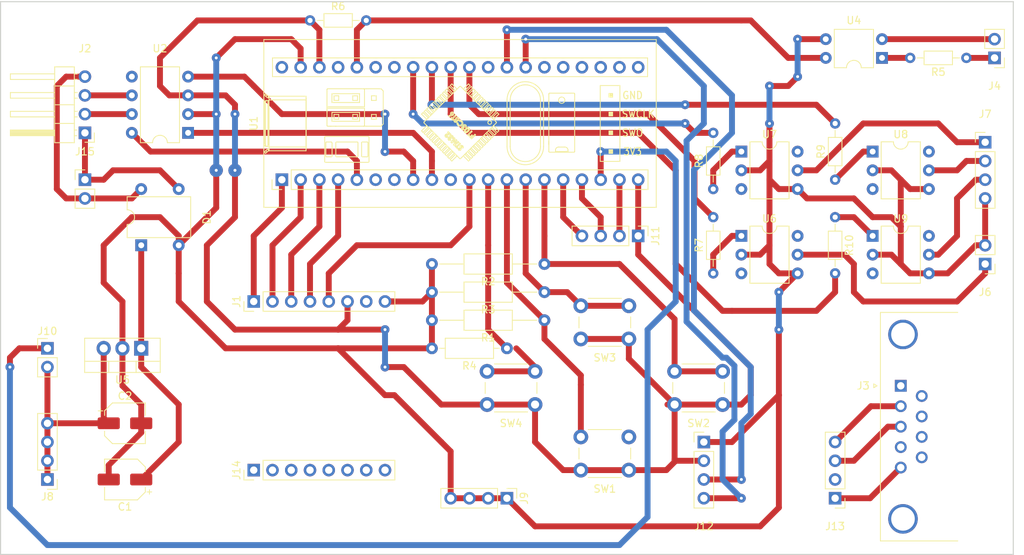
<source format=kicad_pcb>
(kicad_pcb (version 20171130) (host pcbnew 5.1.7)
  (layers (0 F.Cu signal) (31 B.Cu signal hide) (34 B.Paste user) (35 F.Paste user) (36 B.SilkS user) (37 F.SilkS user) (38 B.Mask user) (39 F.Mask user) (44 Edge.Cuts user))
  (net 0 "")
  (net 1 "Net-(U1-Pad21)")
  (net 2 +3V3)
  (net 3 /LCD_RST)
  (net 4 /LCD_CE)
  (net 5 /LCD_DC)
  (net 6 /LCD_DIN)
  (net 7 CAN_RX)
  (net 8 CAN_TX)
  (net 9 GND)
  (net 10 "Net-(U1-Pad37)")
  (net 11 /LCD_CLK)
  (net 12 "Net-(U1-Pad40)")
  (net 13 CAN_EN)
  (net 14 "Net-(J2-Pad3)")
  (net 15 "Net-(J2-Pad2)")
  (net 16 "Net-(C1-Pad1)")
  (net 17 +5V)
  (net 18 /Valt2)
  (net 19 /Valt1)
  (net 20 /LIGHT)
  (net 21 SW_UP)
  (net 22 SW_DOWN)
  (net 23 SW_RIGHT)
  (net 24 SW_LEFT)
  (net 25 "Net-(R5-Pad2)")
  (net 26 "Net-(J4-Pad1)")
  (net 27 USART3_RX)
  (net 28 LED_W)
  (net 29 "Net-(R7-Pad1)")
  (net 30 LED_R)
  (net 31 "Net-(R8-Pad1)")
  (net 32 LED_G)
  (net 33 "Net-(R9-Pad1)")
  (net 34 LED_B)
  (net 35 "Net-(R10-Pad1)")
  (net 36 SDA)
  (net 37 SCL)
  (net 38 Ext8)
  (net 39 USART2_TX)
  (net 40 USART2_RX)
  (net 41 Ext9)
  (net 42 Ext11)
  (net 43 Ext12)
  (net 44 "Net-(U2-Pad5)")
  (net 45 "Net-(J4-Pad2)")
  (net 46 "Net-(U6-Pad6)")
  (net 47 "Net-(U6-Pad3)")
  (net 48 OUT_W)
  (net 49 "Net-(U7-Pad6)")
  (net 50 "Net-(U7-Pad3)")
  (net 51 OUT_R)
  (net 52 "Net-(U8-Pad6)")
  (net 53 "Net-(U8-Pad3)")
  (net 54 OUT_G)
  (net 55 "Net-(U9-Pad6)")
  (net 56 "Net-(U9-Pad3)")
  (net 57 OUT_B)
  (net 58 "Net-(J3-Pad9)")
  (net 59 "Net-(J3-Pad8)")
  (net 60 "Net-(J3-Pad7)")
  (net 61 "Net-(J3-Pad6)")
  (net 62 "Net-(J13-Pad1)")
  (net 63 "Net-(J3-Pad4)")
  (net 64 "Net-(J13-Pad3)")
  (net 65 "Net-(J13-Pad4)")
  (net 66 "Net-(J3-Pad1)")
  (net 67 "Net-(J13-Pad2)")
  (net 68 "Net-(J14-Pad8)")
  (net 69 "Net-(J14-Pad7)")
  (net 70 "Net-(J14-Pad6)")
  (net 71 "Net-(J14-Pad5)")
  (net 72 "Net-(J14-Pad4)")
  (net 73 "Net-(J14-Pad3)")
  (net 74 "Net-(J14-Pad2)")
  (net 75 "Net-(J14-Pad1)")
  (net 76 "Net-(U1-Pad25)")
  (net 77 "Net-(U1-Pad10)")
  (net 78 "Net-(U1-Pad7)")
  (net 79 "Net-(U1-Pad6)")
  (net 80 "Net-(U1-Pad22)")
  (net 81 "Net-(U1-Pad23)")
  (net 82 "Net-(U1-Pad24)")
  (net 83 "Net-(J10-Pad1)")
  (net 84 GND_SCL)
  (module Connector_PinHeader_2.54mm:PinHeader_1x02_P2.54mm_Vertical (layer F.Cu) (at 76.2 100.33)
    (fp_text reference J10 (at 0 -2.33) (layer F.SilkS))
    (fp_text value Conn_01x02)
    (pad 2 thru_hole oval (at 0 2.54) (size 1.7 1.7) (drill 1) (layers *.Cu *.Mask) (net 17 +5V))
    (pad 1 thru_hole rect (at 0 0) (size 1.7 1.7) (drill 1) (layers *.Cu *.Mask) (net 83 "Net-(J10-Pad1)"))
  )
  (module Package_TO_SOT_THT:TO-220-3_Vertical (layer F.Cu) (at 88.9 100.33 180)
    (fp_text reference U5 (at 2.54 -4.27) (layer F.SilkS))
    (fp_text value L7805)
    (pad 3 thru_hole oval (at 5.08 0 180) (size 1.905 2) (drill 1.1) (layers *.Cu *.Mask) (net 17 +5V))
    (pad 2 thru_hole oval (at 2.54 0 180) (size 1.905 2) (drill 1.1) (layers *.Cu *.Mask) (net 9 GND))
    (pad 1 thru_hole rect (at 0 0 180) (size 1.905 2) (drill 1.1) (layers *.Cu *.Mask) (net 16 "Net-(C1-Pad1)"))
  )
  (module Footprints:YAAJ_BluePill_1 (layer F.Cu) (at 107.95 77.47 90)
    (fp_text reference U1 (at 7.62 -3.81 90) (layer F.SilkS))
    (fp_text value YAAJ_BluePill_Part_Like hide)
    (fp_text user GND (at 11.43 47.498 unlocked) (layer F.SilkS) (effects (font (size 1 0.9))))
    (fp_text user SWCLK (at 8.89 48.26 unlocked) (layer F.SilkS) (effects (font (size 1 0.9))))
    (fp_text user SWO (at 6.35 47.498 unlocked) (layer F.SilkS) (effects (font (size 1 0.9))))
    (fp_text user 3V3 (at 3.81 47.498 unlocked) (layer F.SilkS) (effects (font (size 1 0.9))))
    (pad 20 thru_hole circle (at 0 48.26 90) (size 1.7 1.7) (drill 1) (layers *.Cu *.Mask) (net 2 +3V3))
    (pad 21 thru_hole circle (at 15.24 48.26 90) (size 1.7 1.7) (drill 1) (layers *.Cu *.Mask) (net 1 "Net-(U1-Pad21)"))
    (pad 19 thru_hole circle (at 0 45.72 90) (size 1.7 1.7) (drill 1) (layers *.Cu *.Mask) (net 84 GND_SCL))
    (pad 22 thru_hole circle (at 15.24 45.72 90) (size 1.7 1.7) (drill 1) (layers *.Cu *.Mask) (net 80 "Net-(U1-Pad22)"))
    (pad 18 thru_hole circle (at 0 43.18 90) (size 1.7 1.7) (drill 1) (layers *.Cu *.Mask) (net 83 "Net-(J10-Pad1)"))
    (pad 23 thru_hole circle (at 15.24 43.18 90) (size 1.7 1.7) (drill 1) (layers *.Cu *.Mask) (net 81 "Net-(U1-Pad23)"))
    (pad 17 thru_hole circle (at 0 40.64 90) (size 1.7 1.7) (drill 1) (layers *.Cu *.Mask) (net 36 SDA))
    (pad 24 thru_hole circle (at 15.24 40.64 90) (size 1.7 1.7) (drill 1) (layers *.Cu *.Mask) (net 82 "Net-(U1-Pad24)"))
    (pad 16 thru_hole circle (at 0 38.1 90) (size 1.7 1.7) (drill 1) (layers *.Cu *.Mask) (net 37 SCL))
    (pad 25 thru_hole circle (at 15.24 38.1 90) (size 1.7 1.7) (drill 1) (layers *.Cu *.Mask) (net 76 "Net-(U1-Pad25)"))
    (pad 15 thru_hole circle (at 0 35.56 90) (size 1.7 1.7) (drill 1) (layers *.Cu *.Mask) (net 22 SW_DOWN))
    (pad 26 thru_hole circle (at 15.24 35.56 90) (size 1.7 1.7) (drill 1) (layers *.Cu *.Mask) (net 38 Ext8))
    (pad 14 thru_hole circle (at 0 33.02 90) (size 1.7 1.7) (drill 1) (layers *.Cu *.Mask) (net 23 SW_RIGHT))
    (pad 27 thru_hole circle (at 15.24 33.02 90) (size 1.7 1.7) (drill 1) (layers *.Cu *.Mask) (net 39 USART2_TX))
    (pad 13 thru_hole circle (at 0 30.48 90) (size 1.7 1.7) (drill 1) (layers *.Cu *.Mask) (net 21 SW_UP))
    (pad 28 thru_hole circle (at 15.24 30.48 90) (size 1.7 1.7) (drill 1) (layers *.Cu *.Mask) (net 40 USART2_RX))
    (pad 12 thru_hole circle (at 0 27.94 90) (size 1.7 1.7) (drill 1) (layers *.Cu *.Mask) (net 24 SW_LEFT))
    (pad 29 thru_hole circle (at 15.24 27.94 90) (size 1.7 1.7) (drill 1) (layers *.Cu *.Mask) (net 41 Ext9))
    (pad 11 thru_hole circle (at 0 25.4 90) (size 1.7 1.7) (drill 1) (layers *.Cu *.Mask) (net 11 /LCD_CLK))
    (pad 30 thru_hole circle (at 15.24 25.4 90) (size 1.7 1.7) (drill 1) (layers *.Cu *.Mask) (net 28 LED_W))
    (pad 10 thru_hole circle (at 0 22.86 90) (size 1.7 1.7) (drill 1) (layers *.Cu *.Mask) (net 77 "Net-(U1-Pad10)"))
    (pad 31 thru_hole circle (at 15.24 22.86 90) (size 1.7 1.7) (drill 1) (layers *.Cu *.Mask) (net 34 LED_B))
    (pad 9 thru_hole circle (at 0 20.32 90) (size 1.7 1.7) (drill 1) (layers *.Cu *.Mask) (net 8 CAN_TX))
    (pad 32 thru_hole circle (at 15.24 20.32 90) (size 1.7 1.7) (drill 1) (layers *.Cu *.Mask) (net 32 LED_G))
    (pad 8 thru_hole circle (at 0 17.78 90) (size 1.7 1.7) (drill 1) (layers *.Cu *.Mask) (net 7 CAN_RX))
    (pad 33 thru_hole circle (at 15.24 17.78 90) (size 1.7 1.7) (drill 1) (layers *.Cu *.Mask) (net 30 LED_R))
    (pad 7 thru_hole circle (at 0 15.24 90) (size 1.7 1.7) (drill 1) (layers *.Cu *.Mask) (net 78 "Net-(U1-Pad7)"))
    (pad 34 thru_hole circle (at 15.24 15.24 90) (size 1.7 1.7) (drill 1) (layers *.Cu *.Mask) (net 42 Ext11))
    (pad 6 thru_hole circle (at 0 12.7 90) (size 1.7 1.7) (drill 1) (layers *.Cu *.Mask) (net 79 "Net-(U1-Pad6)"))
    (pad 35 thru_hole circle (at 15.24 12.7 90) (size 1.7 1.7) (drill 1) (layers *.Cu *.Mask) (net 43 Ext12))
    (pad 5 thru_hole circle (at 0 10.16 90) (size 1.7 1.7) (drill 1) (layers *.Cu *.Mask) (net 13 CAN_EN))
    (pad 36 thru_hole circle (at 15.24 10.16 90) (size 1.7 1.7) (drill 1) (layers *.Cu *.Mask) (net 27 USART3_RX))
    (pad 4 thru_hole circle (at 0 7.62 90) (size 1.7 1.7) (drill 1) (layers *.Cu *.Mask) (net 6 /LCD_DIN))
    (pad 37 thru_hole circle (at 15.24 7.62 90) (size 1.7 1.7) (drill 1) (layers *.Cu *.Mask) (net 10 "Net-(U1-Pad37)"))
    (pad 3 thru_hole circle (at 0 5.08 90) (size 1.7 1.7) (drill 1) (layers *.Cu *.Mask) (net 5 /LCD_DC))
    (pad 38 thru_hole circle (at 15.24 5.08 90) (size 1.7 1.7) (drill 1) (layers *.Cu *.Mask) (net 2 +3V3))
    (pad 2 thru_hole circle (at 0 2.54 90) (size 1.7 1.7) (drill 1) (layers *.Cu *.Mask) (net 4 /LCD_CE))
    (pad 39 thru_hole circle (at 15.24 2.54 90) (size 1.7 1.7) (drill 1) (layers *.Cu *.Mask) (net 9 GND))
    (pad 1 thru_hole rect (at 0 0 90) (size 1.7 1.7) (drill 1) (layers *.Cu *.Mask) (net 3 /LCD_RST))
    (pad 40 thru_hole circle (at 15.24 0 90) (size 1.7 1.7) (drill 1) (layers *.Cu *.Mask) (net 12 "Net-(U1-Pad40)"))
  )
  (module Resistor_THT:R_Axial_DIN0207_L6.3mm_D2.5mm_P10.16mm_Horizontal (layer F.Cu) (at 138.43 100.33 180)
    (fp_text reference R4 (at 5.08 -2.37) (layer F.SilkS))
    (fp_text value R)
    (pad 2 thru_hole oval (at 10.16 0 180) (size 1.6 1.6) (drill 0.8) (layers *.Cu *.Mask) (net 9 GND))
    (pad 1 thru_hole circle (at 0 0 180) (size 1.6 1.6) (drill 0.8) (layers *.Cu *.Mask) (net 24 SW_LEFT))
  )
  (module Resistor_THT:R_Axial_DIN0207_L6.3mm_D2.5mm_P15.24mm_Horizontal (layer F.Cu) (at 143.51 92.71 180)
    (fp_text reference R3 (at 7.62 -2.37) (layer F.SilkS))
    (fp_text value R)
    (pad 2 thru_hole oval (at 15.24 0 180) (size 1.6 1.6) (drill 0.8) (layers *.Cu *.Mask) (net 9 GND))
    (pad 1 thru_hole circle (at 0 0 180) (size 1.6 1.6) (drill 0.8) (layers *.Cu *.Mask) (net 23 SW_RIGHT))
  )
  (module Resistor_THT:R_Axial_DIN0207_L6.3mm_D2.5mm_P15.24mm_Horizontal (layer F.Cu) (at 143.51 88.9 180)
    (fp_text reference R2 (at 7.62 -2.37) (layer F.SilkS))
    (fp_text value R)
    (pad 2 thru_hole oval (at 15.24 0 180) (size 1.6 1.6) (drill 0.8) (layers *.Cu *.Mask) (net 9 GND))
    (pad 1 thru_hole circle (at 0 0 180) (size 1.6 1.6) (drill 0.8) (layers *.Cu *.Mask) (net 22 SW_DOWN))
  )
  (module Resistor_THT:R_Axial_DIN0207_L6.3mm_D2.5mm_P15.24mm_Horizontal (layer F.Cu) (at 143.51 96.52 180)
    (fp_text reference R1 (at 7.62 -2.37) (layer F.SilkS))
    (fp_text value R)
    (pad 2 thru_hole oval (at 15.24 0 180) (size 1.6 1.6) (drill 0.8) (layers *.Cu *.Mask) (net 9 GND))
    (pad 1 thru_hole circle (at 0 0 180) (size 1.6 1.6) (drill 0.8) (layers *.Cu *.Mask) (net 21 SW_UP))
  )
  (module Connector_PinHeader_2.54mm:PinHeader_1x04_P2.54mm_Vertical (layer F.Cu) (at 138.43 120.65 270)
    (fp_text reference J9 (at 0 -2.33 90) (layer F.SilkS))
    (fp_text value Conn_01x04)
    (pad 4 thru_hole oval (at 0 7.62 270) (size 1.7 1.7) (drill 1) (layers *.Cu *.Mask) (net 9 GND))
    (pad 3 thru_hole oval (at 0 5.08 270) (size 1.7 1.7) (drill 1) (layers *.Cu *.Mask) (net 9 GND))
    (pad 2 thru_hole oval (at 0 2.54 270) (size 1.7 1.7) (drill 1) (layers *.Cu *.Mask) (net 9 GND))
    (pad 1 thru_hole rect (at 0 0 270) (size 1.7 1.7) (drill 1) (layers *.Cu *.Mask) (net 9 GND))
  )
  (module Connector_PinHeader_2.54mm:PinHeader_1x04_P2.54mm_Vertical (layer F.Cu) (at 76.2 118.11 180)
    (fp_text reference J8 (at 0 -2.33) (layer F.SilkS))
    (fp_text value Conn_01x04)
    (pad 4 thru_hole oval (at 0 7.62 180) (size 1.7 1.7) (drill 1) (layers *.Cu *.Mask) (net 17 +5V))
    (pad 3 thru_hole oval (at 0 5.08 180) (size 1.7 1.7) (drill 1) (layers *.Cu *.Mask) (net 17 +5V))
    (pad 2 thru_hole oval (at 0 2.54 180) (size 1.7 1.7) (drill 1) (layers *.Cu *.Mask) (net 17 +5V))
    (pad 1 thru_hole rect (at 0 0 180) (size 1.7 1.7) (drill 1) (layers *.Cu *.Mask) (net 17 +5V))
  )
  (module Connector_PinHeader_2.54mm:PinHeader_1x04_P2.54mm_Vertical (layer F.Cu) (at 156.21 85.09 270)
    (fp_text reference J11 (at 0 -2.33 90) (layer F.SilkS))
    (fp_text value Conn_01x04)
    (pad 4 thru_hole oval (at 0 7.62 270) (size 1.7 1.7) (drill 1) (layers *.Cu *.Mask) (net 37 SCL))
    (pad 3 thru_hole oval (at 0 5.08 270) (size 1.7 1.7) (drill 1) (layers *.Cu *.Mask) (net 36 SDA))
    (pad 2 thru_hole oval (at 0 2.54 270) (size 1.7 1.7) (drill 1) (layers *.Cu *.Mask) (net 84 GND_SCL))
    (pad 1 thru_hole rect (at 0 0 270) (size 1.7 1.7) (drill 1) (layers *.Cu *.Mask) (net 2 +3V3))
  )
  (module Resistor_THT:R_Axial_DIN0204_L3.6mm_D1.6mm_P7.62mm_Horizontal (layer F.Cu) (at 200.66 60.96 180)
    (fp_text reference R5 (at 3.81 -1.92) (layer F.SilkS))
    (fp_text value 10k)
    (pad 2 thru_hole oval (at 7.62 0 180) (size 1.4 1.4) (drill 0.7) (layers *.Cu *.Mask) (net 25 "Net-(R5-Pad2)"))
    (pad 1 thru_hole circle (at 0 0 180) (size 1.4 1.4) (drill 0.7) (layers *.Cu *.Mask) (net 26 "Net-(J4-Pad1)"))
  )
  (module Connector_PinHeader_2.54mm:PinHeader_1x08_P2.54mm_Vertical (layer F.Cu) (at 104.14 93.98 90)
    (fp_text reference J1 (at 0 -2.33 90) (layer F.SilkS))
    (fp_text value Conn_01x08)
    (pad 8 thru_hole oval (at 0 17.78 90) (size 1.7 1.7) (drill 1) (layers *.Cu *.Mask) (net 9 GND))
    (pad 7 thru_hole oval (at 0 15.24 90) (size 1.7 1.7) (drill 1) (layers *.Cu *.Mask) (net 20 /LIGHT))
    (pad 6 thru_hole oval (at 0 12.7 90) (size 1.7 1.7) (drill 1) (layers *.Cu *.Mask) (net 2 +3V3))
    (pad 5 thru_hole oval (at 0 10.16 90) (size 1.7 1.7) (drill 1) (layers *.Cu *.Mask) (net 11 /LCD_CLK))
    (pad 4 thru_hole oval (at 0 7.62 90) (size 1.7 1.7) (drill 1) (layers *.Cu *.Mask) (net 6 /LCD_DIN))
    (pad 3 thru_hole oval (at 0 5.08 90) (size 1.7 1.7) (drill 1) (layers *.Cu *.Mask) (net 5 /LCD_DC))
    (pad 2 thru_hole oval (at 0 2.54 90) (size 1.7 1.7) (drill 1) (layers *.Cu *.Mask) (net 4 /LCD_CE))
    (pad 1 thru_hole rect (at 0 0 90) (size 1.7 1.7) (drill 1) (layers *.Cu *.Mask) (net 3 /LCD_RST))
  )
  (module Connector_PinHeader_2.54mm:PinHeader_1x08_P2.54mm_Vertical (layer F.Cu) (at 104.14 116.84 90)
    (fp_text reference J14 (at 0 -2.33 90) (layer F.SilkS))
    (fp_text value Conn_01x08)
    (pad 8 thru_hole oval (at 0 17.78 90) (size 1.7 1.7) (drill 1) (layers *.Cu *.Mask) (net 68 "Net-(J14-Pad8)"))
    (pad 7 thru_hole oval (at 0 15.24 90) (size 1.7 1.7) (drill 1) (layers *.Cu *.Mask) (net 69 "Net-(J14-Pad7)"))
    (pad 6 thru_hole oval (at 0 12.7 90) (size 1.7 1.7) (drill 1) (layers *.Cu *.Mask) (net 70 "Net-(J14-Pad6)"))
    (pad 5 thru_hole oval (at 0 10.16 90) (size 1.7 1.7) (drill 1) (layers *.Cu *.Mask) (net 71 "Net-(J14-Pad5)"))
    (pad 4 thru_hole oval (at 0 7.62 90) (size 1.7 1.7) (drill 1) (layers *.Cu *.Mask) (net 72 "Net-(J14-Pad4)"))
    (pad 3 thru_hole oval (at 0 5.08 90) (size 1.7 1.7) (drill 1) (layers *.Cu *.Mask) (net 73 "Net-(J14-Pad3)"))
    (pad 2 thru_hole oval (at 0 2.54 90) (size 1.7 1.7) (drill 1) (layers *.Cu *.Mask) (net 74 "Net-(J14-Pad2)"))
    (pad 1 thru_hole rect (at 0 0 90) (size 1.7 1.7) (drill 1) (layers *.Cu *.Mask) (net 75 "Net-(J14-Pad1)"))
  )
  (module Connector_PinHeader_2.54mm:PinHeader_1x04_P2.54mm_Horizontal (layer F.Cu) (at 81.28 71.12 180)
    (fp_text reference J2 (at 0 11.43) (layer F.SilkS))
    (fp_text value Conn_01x04)
    (pad 4 thru_hole oval (at 0 7.62 180) (size 1.7 1.7) (drill 1) (layers *.Cu *.Mask) (net 18 /Valt2))
    (pad 3 thru_hole oval (at 0 5.08 180) (size 1.7 1.7) (drill 1) (layers *.Cu *.Mask) (net 14 "Net-(J2-Pad3)"))
    (pad 2 thru_hole oval (at 0 2.54 180) (size 1.7 1.7) (drill 1) (layers *.Cu *.Mask) (net 15 "Net-(J2-Pad2)"))
    (pad 1 thru_hole rect (at 0 0 180) (size 1.7 1.7) (drill 1) (layers *.Cu *.Mask) (net 19 /Valt1))
  )
  (module Diode_THT:Diode_Bridge_DIP-4_W7.62mm_P5.08mm (layer F.Cu) (at 88.9 86.36 90)
    (fp_text reference D1 (at 3.81 8.89 90) (layer F.SilkS))
    (fp_text value D_Bridge_+-AA)
    (pad 1 thru_hole rect (at 0 0 90) (size 1.6 1.6) (drill 0.8) (layers *.Cu *.Mask) (net 16 "Net-(C1-Pad1)"))
    (pad 3 thru_hole oval (at 7.62 5.08 90) (size 1.6 1.6) (drill 0.8) (layers *.Cu *.Mask) (net 19 /Valt1))
    (pad 2 thru_hole oval (at 0 5.08 90) (size 1.6 1.6) (drill 0.8) (layers *.Cu *.Mask) (net 9 GND))
    (pad 4 thru_hole oval (at 7.62 0 90) (size 1.6 1.6) (drill 0.8) (layers *.Cu *.Mask) (net 18 /Valt2))
  )
  (module Connector_PinHeader_2.54mm:PinHeader_1x02_P2.54mm_Vertical (layer F.Cu) (at 81.28 77.47)
    (fp_text reference J15 (at 0 -3.81) (layer F.SilkS))
    (fp_text value Conn_01x02)
    (pad 1 thru_hole rect (at 0 0) (size 1.7 1.7) (drill 1) (layers *.Cu *.Mask) (net 19 /Valt1))
    (pad 2 thru_hole oval (at 0 2.54) (size 1.7 1.7) (drill 1) (layers *.Cu *.Mask) (net 18 /Valt2))
  )
  (module Connector_PinHeader_2.54mm:PinHeader_1x02_P2.54mm_Vertical (layer F.Cu) (at 203.2 88.9 180)
    (fp_text reference J6 (at 0 -3.81) (layer F.SilkS))
    (fp_text value Conn_01x02)
    (pad 2 thru_hole oval (at 0 2.54 180) (size 1.7 1.7) (drill 1) (layers *.Cu *.Mask) (net 9 GND))
    (pad 1 thru_hole rect (at 0 0 180) (size 1.7 1.7) (drill 1) (layers *.Cu *.Mask) (net 48 OUT_W))
  )
  (module Connector_PinHeader_2.54mm:PinHeader_1x02_P2.54mm_Vertical (layer F.Cu) (at 204.47 60.96 180)
    (fp_text reference J4 (at 0 -3.81) (layer F.SilkS))
    (fp_text value Conn_01x02)
    (pad 2 thru_hole oval (at 0 2.54 180) (size 1.7 1.7) (drill 1) (layers *.Cu *.Mask) (net 45 "Net-(J4-Pad2)"))
    (pad 1 thru_hole rect (at 0 0 180) (size 1.7 1.7) (drill 1) (layers *.Cu *.Mask) (net 26 "Net-(J4-Pad1)"))
  )
  (module Connector_PinHeader_2.54mm:PinHeader_1x04_P2.54mm_Vertical (layer F.Cu) (at 182.88 120.65 180)
    (fp_text reference J13 (at 0 -3.81) (layer F.SilkS))
    (fp_text value Conn_01x04)
    (pad 4 thru_hole oval (at 0 7.62 180) (size 1.7 1.7) (drill 1) (layers *.Cu *.Mask) (net 65 "Net-(J13-Pad4)"))
    (pad 3 thru_hole oval (at 0 5.08 180) (size 1.7 1.7) (drill 1) (layers *.Cu *.Mask) (net 64 "Net-(J13-Pad3)"))
    (pad 2 thru_hole oval (at 0 2.54 180) (size 1.7 1.7) (drill 1) (layers *.Cu *.Mask) (net 67 "Net-(J13-Pad2)"))
    (pad 1 thru_hole rect (at 0 0 180) (size 1.7 1.7) (drill 1) (layers *.Cu *.Mask) (net 62 "Net-(J13-Pad1)"))
  )
  (module Connector_PinHeader_2.54mm:PinHeader_1x04_P2.54mm_Vertical (layer F.Cu) (at 165.1 113.03)
    (fp_text reference J12 (at 0 11.43) (layer F.SilkS))
    (fp_text value Conn_01x04)
    (pad 4 thru_hole oval (at 0 7.62) (size 1.7 1.7) (drill 1) (layers *.Cu *.Mask) (net 39 USART2_TX))
    (pad 3 thru_hole oval (at 0 5.08) (size 1.7 1.7) (drill 1) (layers *.Cu *.Mask) (net 40 USART2_RX))
    (pad 2 thru_hole oval (at 0 2.54) (size 1.7 1.7) (drill 1) (layers *.Cu *.Mask) (net 2 +3V3))
    (pad 1 thru_hole rect (at 0 0) (size 1.7 1.7) (drill 1) (layers *.Cu *.Mask) (net 9 GND))
  )
  (module Connector_PinHeader_2.54mm:PinHeader_1x04_P2.54mm_Vertical (layer F.Cu) (at 203.2 72.39)
    (fp_text reference J7 (at 0 -3.81) (layer F.SilkS))
    (fp_text value Conn_01x04)
    (pad 4 thru_hole oval (at 0 7.62) (size 1.7 1.7) (drill 1) (layers *.Cu *.Mask) (net 9 GND))
    (pad 3 thru_hole oval (at 0 5.08) (size 1.7 1.7) (drill 1) (layers *.Cu *.Mask) (net 57 OUT_B))
    (pad 2 thru_hole oval (at 0 2.54) (size 1.7 1.7) (drill 1) (layers *.Cu *.Mask) (net 54 OUT_G))
    (pad 1 thru_hole rect (at 0 0) (size 1.7 1.7) (drill 1) (layers *.Cu *.Mask) (net 51 OUT_R))
  )
  (module Connector_Dsub:DSUB-9_Female_Horizontal_P2.77x2.84mm_EdgePinOffset4.94mm_Housed_MountingHolesOffset7.48mm (layer F.Cu) (at 191.77 105.41 90)
    (fp_text reference J3 (at 0 -5.08 180) (layer F.SilkS))
    (fp_text value DB9_Female)
    (pad 0 thru_hole circle (at 6.96 0.3 90) (size 4 4) (drill 3.2) (layers *.Cu *.Mask))
    (pad 0 thru_hole circle (at -18.04 0.3 90) (size 4 4) (drill 3.2) (layers *.Cu *.Mask))
    (pad 9 thru_hole circle (at -9.695 2.84 90) (size 1.6 1.6) (drill 1) (layers *.Cu *.Mask) (net 58 "Net-(J3-Pad9)"))
    (pad 8 thru_hole circle (at -6.925 2.84 90) (size 1.6 1.6) (drill 1) (layers *.Cu *.Mask) (net 59 "Net-(J3-Pad8)"))
    (pad 7 thru_hole circle (at -4.155 2.84 90) (size 1.6 1.6) (drill 1) (layers *.Cu *.Mask) (net 60 "Net-(J3-Pad7)"))
    (pad 6 thru_hole circle (at -1.385 2.84 90) (size 1.6 1.6) (drill 1) (layers *.Cu *.Mask) (net 61 "Net-(J3-Pad6)"))
    (pad 5 thru_hole circle (at -11.08 0 90) (size 1.6 1.6) (drill 1) (layers *.Cu *.Mask) (net 62 "Net-(J13-Pad1)"))
    (pad 4 thru_hole circle (at -8.31 0 90) (size 1.6 1.6) (drill 1) (layers *.Cu *.Mask) (net 63 "Net-(J3-Pad4)"))
    (pad 3 thru_hole circle (at -5.54 0 90) (size 1.6 1.6) (drill 1) (layers *.Cu *.Mask) (net 64 "Net-(J13-Pad3)"))
    (pad 2 thru_hole circle (at -2.77 0 90) (size 1.6 1.6) (drill 1) (layers *.Cu *.Mask) (net 65 "Net-(J13-Pad4)"))
    (pad 1 thru_hole rect (at 0 0 90) (size 1.6 1.6) (drill 1) (layers *.Cu *.Mask) (net 66 "Net-(J3-Pad1)"))
  )
  (module Package_DIP:DIP-6_W7.62mm (layer F.Cu) (at 187.96 85.09)
    (fp_text reference U9 (at 3.81 -2.33) (layer F.SilkS))
    (fp_text value 4N25)
    (pad 6 thru_hole oval (at 7.62 0) (size 1.6 1.6) (drill 0.8) (layers *.Cu *.Mask) (net 55 "Net-(U9-Pad6)"))
    (pad 3 thru_hole oval (at 0 5.08) (size 1.6 1.6) (drill 0.8) (layers *.Cu *.Mask) (net 56 "Net-(U9-Pad3)"))
    (pad 5 thru_hole oval (at 7.62 2.54) (size 1.6 1.6) (drill 0.8) (layers *.Cu *.Mask) (net 57 OUT_B))
    (pad 2 thru_hole oval (at 0 2.54) (size 1.6 1.6) (drill 0.8) (layers *.Cu *.Mask) (net 9 GND))
    (pad 4 thru_hole oval (at 7.62 5.08) (size 1.6 1.6) (drill 0.8) (layers *.Cu *.Mask) (net 9 GND))
    (pad 1 thru_hole rect (at 0 0) (size 1.6 1.6) (drill 0.8) (layers *.Cu *.Mask) (net 35 "Net-(R10-Pad1)"))
  )
  (module Package_DIP:DIP-6_W7.62mm (layer F.Cu) (at 187.96 73.66)
    (fp_text reference U8 (at 3.81 -2.33) (layer F.SilkS))
    (fp_text value 4N25)
    (pad 6 thru_hole oval (at 7.62 0) (size 1.6 1.6) (drill 0.8) (layers *.Cu *.Mask) (net 52 "Net-(U8-Pad6)"))
    (pad 3 thru_hole oval (at 0 5.08) (size 1.6 1.6) (drill 0.8) (layers *.Cu *.Mask) (net 53 "Net-(U8-Pad3)"))
    (pad 5 thru_hole oval (at 7.62 2.54) (size 1.6 1.6) (drill 0.8) (layers *.Cu *.Mask) (net 54 OUT_G))
    (pad 2 thru_hole oval (at 0 2.54) (size 1.6 1.6) (drill 0.8) (layers *.Cu *.Mask) (net 9 GND))
    (pad 4 thru_hole oval (at 7.62 5.08) (size 1.6 1.6) (drill 0.8) (layers *.Cu *.Mask) (net 9 GND))
    (pad 1 thru_hole rect (at 0 0) (size 1.6 1.6) (drill 0.8) (layers *.Cu *.Mask) (net 33 "Net-(R9-Pad1)"))
  )
  (module Package_DIP:DIP-6_W7.62mm (layer F.Cu) (at 170.18 73.66)
    (fp_text reference U7 (at 3.81 -2.33) (layer F.SilkS))
    (fp_text value 4N25)
    (pad 6 thru_hole oval (at 7.62 0) (size 1.6 1.6) (drill 0.8) (layers *.Cu *.Mask) (net 49 "Net-(U7-Pad6)"))
    (pad 3 thru_hole oval (at 0 5.08) (size 1.6 1.6) (drill 0.8) (layers *.Cu *.Mask) (net 50 "Net-(U7-Pad3)"))
    (pad 5 thru_hole oval (at 7.62 2.54) (size 1.6 1.6) (drill 0.8) (layers *.Cu *.Mask) (net 51 OUT_R))
    (pad 2 thru_hole oval (at 0 2.54) (size 1.6 1.6) (drill 0.8) (layers *.Cu *.Mask) (net 9 GND))
    (pad 4 thru_hole oval (at 7.62 5.08) (size 1.6 1.6) (drill 0.8) (layers *.Cu *.Mask) (net 9 GND))
    (pad 1 thru_hole rect (at 0 0) (size 1.6 1.6) (drill 0.8) (layers *.Cu *.Mask) (net 31 "Net-(R8-Pad1)"))
  )
  (module Package_DIP:DIP-6_W7.62mm (layer F.Cu) (at 170.18 85.09)
    (fp_text reference U6 (at 3.81 -2.33) (layer F.SilkS))
    (fp_text value 4N25)
    (pad 6 thru_hole oval (at 7.62 0) (size 1.6 1.6) (drill 0.8) (layers *.Cu *.Mask) (net 46 "Net-(U6-Pad6)"))
    (pad 3 thru_hole oval (at 0 5.08) (size 1.6 1.6) (drill 0.8) (layers *.Cu *.Mask) (net 47 "Net-(U6-Pad3)"))
    (pad 5 thru_hole oval (at 7.62 2.54) (size 1.6 1.6) (drill 0.8) (layers *.Cu *.Mask) (net 48 OUT_W))
    (pad 2 thru_hole oval (at 0 2.54) (size 1.6 1.6) (drill 0.8) (layers *.Cu *.Mask) (net 9 GND))
    (pad 4 thru_hole oval (at 7.62 5.08) (size 1.6 1.6) (drill 0.8) (layers *.Cu *.Mask) (net 9 GND))
    (pad 1 thru_hole rect (at 0 0) (size 1.6 1.6) (drill 0.8) (layers *.Cu *.Mask) (net 29 "Net-(R7-Pad1)"))
  )
  (module Package_DIP:DIP-4_W7.62mm (layer F.Cu) (at 189.23 60.96 180)
    (fp_text reference U4 (at 3.81 5.08) (layer F.SilkS))
    (fp_text value LTV-814)
    (pad 4 thru_hole oval (at 7.62 0 180) (size 1.6 1.6) (drill 0.8) (layers *.Cu *.Mask) (net 27 USART3_RX))
    (pad 2 thru_hole oval (at 0 2.54 180) (size 1.6 1.6) (drill 0.8) (layers *.Cu *.Mask) (net 45 "Net-(J4-Pad2)"))
    (pad 3 thru_hole oval (at 7.62 2.54 180) (size 1.6 1.6) (drill 0.8) (layers *.Cu *.Mask) (net 9 GND))
    (pad 1 thru_hole rect (at 0 0 180) (size 1.6 1.6) (drill 0.8) (layers *.Cu *.Mask) (net 25 "Net-(R5-Pad2)"))
  )
  (module Button_Switch_THT:SW_PUSH_6mm (layer F.Cu) (at 142.24 107.95 180)
    (fp_text reference SW4 (at 3.25 -2.54) (layer F.SilkS))
    (fp_text value SW_Push)
    (pad 1 thru_hole circle (at 6.5 0 270) (size 2 2) (drill 1.1) (layers *.Cu *.Mask) (net 2 +3V3))
    (pad 2 thru_hole circle (at 6.5 4.5 270) (size 2 2) (drill 1.1) (layers *.Cu *.Mask) (net 24 SW_LEFT))
    (pad 1 thru_hole circle (at 0 0 270) (size 2 2) (drill 1.1) (layers *.Cu *.Mask) (net 2 +3V3))
    (pad 2 thru_hole circle (at 0 4.5 270) (size 2 2) (drill 1.1) (layers *.Cu *.Mask) (net 24 SW_LEFT))
  )
  (module Button_Switch_THT:SW_PUSH_6mm (layer F.Cu) (at 154.94 99.06 180)
    (fp_text reference SW3 (at 3.25 -2.54) (layer F.SilkS))
    (fp_text value SW_Push)
    (pad 1 thru_hole circle (at 6.5 0 270) (size 2 2) (drill 1.1) (layers *.Cu *.Mask) (net 2 +3V3))
    (pad 2 thru_hole circle (at 6.5 4.5 270) (size 2 2) (drill 1.1) (layers *.Cu *.Mask) (net 23 SW_RIGHT))
    (pad 1 thru_hole circle (at 0 0 270) (size 2 2) (drill 1.1) (layers *.Cu *.Mask) (net 2 +3V3))
    (pad 2 thru_hole circle (at 0 4.5 270) (size 2 2) (drill 1.1) (layers *.Cu *.Mask) (net 23 SW_RIGHT))
  )
  (module Button_Switch_THT:SW_PUSH_6mm (layer F.Cu) (at 167.64 107.95 180)
    (fp_text reference SW2 (at 3.25 -2.54) (layer F.SilkS))
    (fp_text value SW_Push)
    (pad 1 thru_hole circle (at 6.5 0 270) (size 2 2) (drill 1.1) (layers *.Cu *.Mask) (net 2 +3V3))
    (pad 2 thru_hole circle (at 6.5 4.5 270) (size 2 2) (drill 1.1) (layers *.Cu *.Mask) (net 22 SW_DOWN))
    (pad 1 thru_hole circle (at 0 0 270) (size 2 2) (drill 1.1) (layers *.Cu *.Mask) (net 2 +3V3))
    (pad 2 thru_hole circle (at 0 4.5 270) (size 2 2) (drill 1.1) (layers *.Cu *.Mask) (net 22 SW_DOWN))
  )
  (module Button_Switch_THT:SW_PUSH_6mm (layer F.Cu) (at 154.94 116.84 180)
    (fp_text reference SW1 (at 3.25 -2.54) (layer F.SilkS))
    (fp_text value SW_Push)
    (pad 1 thru_hole circle (at 6.5 0 270) (size 2 2) (drill 1.1) (layers *.Cu *.Mask) (net 2 +3V3))
    (pad 2 thru_hole circle (at 6.5 4.5 270) (size 2 2) (drill 1.1) (layers *.Cu *.Mask) (net 21 SW_UP))
    (pad 1 thru_hole circle (at 0 0 270) (size 2 2) (drill 1.1) (layers *.Cu *.Mask) (net 2 +3V3))
    (pad 2 thru_hole circle (at 0 4.5 270) (size 2 2) (drill 1.1) (layers *.Cu *.Mask) (net 21 SW_UP))
  )
  (module Resistor_THT:R_Axial_DIN0204_L3.6mm_D1.6mm_P7.62mm_Horizontal (layer F.Cu) (at 182.88 82.55 270)
    (fp_text reference R10 (at 3.81 -1.92 90) (layer F.SilkS))
    (fp_text value 330)
    (pad 2 thru_hole oval (at 7.62 0 270) (size 1.4 1.4) (drill 0.7) (layers *.Cu *.Mask) (net 34 LED_B))
    (pad 1 thru_hole circle (at 0 0 270) (size 1.4 1.4) (drill 0.7) (layers *.Cu *.Mask) (net 35 "Net-(R10-Pad1)"))
  )
  (module Resistor_THT:R_Axial_DIN0204_L3.6mm_D1.6mm_P7.62mm_Horizontal (layer F.Cu) (at 182.88 77.47 90)
    (fp_text reference R9 (at 3.81 -1.92 90) (layer F.SilkS))
    (fp_text value 330)
    (pad 2 thru_hole oval (at 7.62 0 90) (size 1.4 1.4) (drill 0.7) (layers *.Cu *.Mask) (net 32 LED_G))
    (pad 1 thru_hole circle (at 0 0 90) (size 1.4 1.4) (drill 0.7) (layers *.Cu *.Mask) (net 33 "Net-(R9-Pad1)"))
  )
  (module Resistor_THT:R_Axial_DIN0204_L3.6mm_D1.6mm_P7.62mm_Horizontal (layer F.Cu) (at 166.37 78.74 90)
    (fp_text reference R8 (at 3.81 -1.92 270) (layer F.SilkS))
    (fp_text value 330)
    (pad 2 thru_hole oval (at 7.62 0 90) (size 1.4 1.4) (drill 0.7) (layers *.Cu *.Mask) (net 30 LED_R))
    (pad 1 thru_hole circle (at 0 0 90) (size 1.4 1.4) (drill 0.7) (layers *.Cu *.Mask) (net 31 "Net-(R8-Pad1)"))
  )
  (module Resistor_THT:R_Axial_DIN0204_L3.6mm_D1.6mm_P7.62mm_Horizontal (layer F.Cu) (at 166.37 90.17 90)
    (fp_text reference R7 (at 3.81 -1.92 90) (layer F.SilkS))
    (fp_text value 330)
    (pad 2 thru_hole oval (at 7.62 0 90) (size 1.4 1.4) (drill 0.7) (layers *.Cu *.Mask) (net 28 LED_W))
    (pad 1 thru_hole circle (at 0 0 90) (size 1.4 1.4) (drill 0.7) (layers *.Cu *.Mask) (net 29 "Net-(R7-Pad1)"))
  )
  (module Resistor_THT:R_Axial_DIN0204_L3.6mm_D1.6mm_P7.62mm_Horizontal (layer F.Cu) (at 111.76 55.88)
    (fp_text reference R6 (at 3.81 -1.92) (layer F.SilkS))
    (fp_text value 1.2k)
    (pad 2 thru_hole oval (at 7.62 0) (size 1.4 1.4) (drill 0.7) (layers *.Cu *.Mask) (net 27 USART3_RX))
    (pad 1 thru_hole circle (at 0 0) (size 1.4 1.4) (drill 0.7) (layers *.Cu *.Mask) (net 2 +3V3))
  )
  (module Capacitor_SMD:CP_Elec_5x4.5 (layer F.Cu) (at 86.7 110.49)
    (fp_text reference C2 (at 0 -3.7) (layer F.SilkS))
    (fp_text value CAP)
    (pad 2 smd roundrect (at 2.2 0) (size 3 1.6) (layers F.Cu F.Paste F.Mask) (roundrect_rratio 0.15625) (net 9 GND))
    (pad 1 smd roundrect (at -2.2 0) (size 3 1.6) (layers F.Cu F.Paste F.Mask) (roundrect_rratio 0.15625) (net 17 +5V))
  )
  (module Capacitor_SMD:CP_Elec_5x4.5 (layer F.Cu) (at 86.7 118.11 180)
    (fp_text reference C1 (at 0 -3.7) (layer F.SilkS))
    (fp_text value CAP)
    (pad 2 smd roundrect (at 2.2 0 180) (size 3 1.6) (layers F.Cu F.Paste F.Mask) (roundrect_rratio 0.15625) (net 9 GND))
    (pad 1 smd roundrect (at -2.2 0 180) (size 3 1.6) (layers F.Cu F.Paste F.Mask) (roundrect_rratio 0.15625) (net 16 "Net-(C1-Pad1)"))
  )
  (module Package_DIP:DIP-8_W7.62mm (layer F.Cu) (at 95.25 71.12 180)
    (fp_text reference U2 (at 3.81 11.43) (layer F.SilkS))
    (fp_text value MCP2551-I-P)
    (pad 8 thru_hole oval (at 7.62 0 180) (size 1.6 1.6) (drill 0.8) (layers *.Cu *.Mask) (net 13 CAN_EN))
    (pad 4 thru_hole oval (at 0 7.62 180) (size 1.6 1.6) (drill 0.8) (layers *.Cu *.Mask) (net 7 CAN_RX))
    (pad 7 thru_hole oval (at 7.62 2.54 180) (size 1.6 1.6) (drill 0.8) (layers *.Cu *.Mask) (net 15 "Net-(J2-Pad2)"))
    (pad 3 thru_hole oval (at 0 5.08 180) (size 1.6 1.6) (drill 0.8) (layers *.Cu *.Mask) (net 2 +3V3))
    (pad 6 thru_hole oval (at 7.62 5.08 180) (size 1.6 1.6) (drill 0.8) (layers *.Cu *.Mask) (net 14 "Net-(J2-Pad3)"))
    (pad 2 thru_hole oval (at 0 2.54 180) (size 1.6 1.6) (drill 0.8) (layers *.Cu *.Mask) (net 9 GND))
    (pad 5 thru_hole oval (at 7.62 7.62 180) (size 1.6 1.6) (drill 0.8) (layers *.Cu *.Mask) (net 44 "Net-(U2-Pad5)"))
    (pad 1 thru_hole rect (at 0 0 180) (size 1.6 1.6) (drill 0.8) (layers *.Cu *.Mask) (net 8 CAN_TX))
  )
  (gr_line (start 69.85 53.34) (end 69.85 128.27) (layer Edge.Cuts) (width 0.15))
  (gr_line (start 207.01 128.27) (end 69.85 128.27) (layer Edge.Cuts) (width 0.15))
  (gr_line (start 207.01 53.34) (end 207.01 128.27) (layer Edge.Cuts) (width 0.15))
  (gr_line (start 69.85 53.34) (end 207.01 53.34) (layer Edge.Cuts) (width 0.15))
  (via (at 101.6 76.2) (size 1.8) (drill 0.4) (layers F.Cu B.Cu) (net 2))
  (via (at 101.6 68.58) (size 1.2) (drill 0.4) (layers F.Cu B.Cu) (net 2))
  (segment (start 135.74 107.95) (end 142.24 107.95) (width 0.8) (layer F.Cu) (net 2))
  (segment (start 160.17 107.95) (end 161.14 107.95) (width 0.8) (layer F.Cu) (net 2))
  (segment (start 148.44 99.06) (end 154.94 99.06) (width 0.8) (layer F.Cu) (net 2))
  (segment (start 154.94 101.75) (end 161.14 107.95) (width 0.8) (layer F.Cu) (net 2))
  (segment (start 154.94 99.06) (end 154.94 101.75) (width 0.8) (layer F.Cu) (net 2))
  (segment (start 161.14 107.95) (end 167.64 107.95) (width 0.8) (layer F.Cu) (net 2))
  (segment (start 101.6 67.31) (end 100.33 66.04) (width 0.8) (layer F.Cu) (net 2))
  (segment (start 101.6 68.58) (end 101.6 67.31) (width 0.8) (layer F.Cu) (net 2))
  (segment (start 100.33 66.04) (end 95.25 66.04) (width 0.8) (layer F.Cu) (net 2))
  (segment (start 101.6 76.2) (end 101.6 68.58) (width 0.8) (layer B.Cu) (net 2))
  (segment (start 156.21 77.47) (end 156.21 85.09) (width 0.8) (layer F.Cu) (net 2))
  (segment (start 148.44 116.84) (end 146.05 116.84) (width 0.8) (layer F.Cu) (net 2))
  (segment (start 142.24 113.03) (end 142.24 107.95) (width 0.8) (layer F.Cu) (net 2))
  (segment (start 146.05 116.84) (end 142.24 113.03) (width 0.8) (layer F.Cu) (net 2))
  (segment (start 148.44 116.84) (end 154.94 116.84) (width 0.8) (layer F.Cu) (net 2))
  (segment (start 160.02 116.84) (end 154.94 116.84) (width 0.8) (layer F.Cu) (net 2))
  (segment (start 161.29 115.57) (end 160.02 116.84) (width 0.8) (layer F.Cu) (net 2))
  (segment (start 165.1 115.57) (end 161.29 115.57) (width 0.8) (layer F.Cu) (net 2))
  (segment (start 161.14 115.42) (end 161.29 115.57) (width 0.8) (layer F.Cu) (net 2))
  (segment (start 161.14 107.95) (end 161.14 115.42) (width 0.8) (layer F.Cu) (net 2))
  (segment (start 116.84 96.52) (end 116.84 93.98) (width 0.8) (layer F.Cu) (net 2))
  (segment (start 101.6 97.79) (end 115.57 97.79) (width 0.8) (layer F.Cu) (net 2))
  (segment (start 97.79 93.98) (end 101.6 97.79) (width 0.8) (layer F.Cu) (net 2))
  (segment (start 97.79 86.36) (end 97.79 93.98) (width 0.8) (layer F.Cu) (net 2))
  (segment (start 101.6 82.55) (end 97.79 86.36) (width 0.8) (layer F.Cu) (net 2))
  (segment (start 115.57 97.79) (end 116.84 96.52) (width 0.8) (layer F.Cu) (net 2))
  (segment (start 101.6 76.2) (end 101.6 82.55) (width 0.8) (layer F.Cu) (net 2))
  (via (at 121.92 97.79) (size 1.2) (drill 0.4) (layers F.Cu B.Cu) (net 2))
  (segment (start 121.92 97.79) (end 121.92 102.87) (width 0.8) (layer B.Cu) (net 2))
  (via (at 121.92 102.87) (size 1.2) (drill 0.4) (layers F.Cu B.Cu) (net 2))
  (segment (start 95.25 66.04) (end 92.71 66.04) (width 0.8) (layer F.Cu) (net 2))
  (segment (start 92.71 66.04) (end 91.44 64.77) (width 0.8) (layer F.Cu) (net 2))
  (segment (start 91.44 64.77) (end 91.44 60.96) (width 0.8) (layer F.Cu) (net 2))
  (segment (start 91.44 60.96) (end 96.52 55.88) (width 0.8) (layer F.Cu) (net 2))
  (segment (start 96.52 55.88) (end 111.76 55.88) (width 0.8) (layer F.Cu) (net 2))
  (segment (start 111.76 55.88) (end 113.03 57.15) (width 0.8) (layer F.Cu) (net 2))
  (segment (start 113.03 57.15) (end 113.03 62.23) (width 0.8) (layer F.Cu) (net 2))
  (segment (start 156.21 85.09) (end 156.21 87.63) (width 0.8) (layer F.Cu) (net 2))
  (segment (start 156.21 87.63) (end 171.45 102.87) (width 0.8) (layer F.Cu) (net 2))
  (segment (start 171.45 102.87) (end 171.45 106.68) (width 0.8) (layer F.Cu) (net 2))
  (segment (start 170.18 107.95) (end 167.64 107.95) (width 0.8) (layer F.Cu) (net 2))
  (segment (start 171.45 106.68) (end 170.18 107.95) (width 0.8) (layer F.Cu) (net 2))
  (segment (start 129.54 107.95) (end 135.74 107.95) (width 0.8) (layer F.Cu) (net 2))
  (segment (start 124.46 102.87) (end 129.54 107.95) (width 0.8) (layer F.Cu) (net 2))
  (segment (start 121.92 97.79) (end 115.57 97.79) (width 0.8) (layer F.Cu) (net 2))
  (segment (start 124.46 102.87) (end 121.92 102.87) (width 0.8) (layer F.Cu) (net 2))
  (segment (start 104.14 85.09) (end 107.95 81.28) (width 0.8) (layer F.Cu) (net 3))
  (segment (start 104.14 93.98) (end 104.14 85.09) (width 0.8) (layer F.Cu) (net 3))
  (segment (start 107.95 81.28) (end 107.95 77.47) (width 0.8) (layer F.Cu) (net 3))
  (segment (start 106.68 93.98) (end 106.68 86.36) (width 0.8) (layer F.Cu) (net 4))
  (segment (start 110.49 82.55) (end 110.49 77.47) (width 0.8) (layer F.Cu) (net 4))
  (segment (start 106.68 86.36) (end 110.49 82.55) (width 0.8) (layer F.Cu) (net 4))
  (segment (start 109.22 93.98) (end 109.22 87.63) (width 0.8) (layer F.Cu) (net 5))
  (segment (start 113.03 83.82) (end 113.03 77.47) (width 0.8) (layer F.Cu) (net 5))
  (segment (start 109.22 87.63) (end 113.03 83.82) (width 0.8) (layer F.Cu) (net 5))
  (segment (start 111.76 93.98) (end 111.76 88.9) (width 0.8) (layer F.Cu) (net 6))
  (segment (start 115.57 85.09) (end 115.57 77.47) (width 0.8) (layer F.Cu) (net 6))
  (segment (start 111.76 88.9) (end 115.57 85.09) (width 0.8) (layer F.Cu) (net 6))
  (segment (start 95.25 63.5) (end 102.87 63.5) (width 0.8) (layer F.Cu) (net 7))
  (segment (start 102.87 63.5) (end 104.14 64.77) (width 0.8) (layer F.Cu) (net 7))
  (segment (start 125.73 77.47) (end 125.73 74.93) (width 0.8) (layer F.Cu) (net 7))
  (segment (start 125.73 74.93) (end 124.46 73.66) (width 0.8) (layer F.Cu) (net 7))
  (via (at 121.92 73.66) (size 1.2) (drill 0.4) (layers F.Cu B.Cu) (net 7))
  (segment (start 124.46 73.66) (end 121.92 73.66) (width 0.8) (layer F.Cu) (net 7))
  (segment (start 121.92 73.66) (end 121.92 68.58) (width 0.8) (layer B.Cu) (net 7))
  (via (at 121.92 68.58) (size 1.2) (drill 0.4) (layers F.Cu B.Cu) (net 7))
  (segment (start 121.92 68.58) (end 107.95 68.58) (width 0.8) (layer F.Cu) (net 7))
  (segment (start 104.14 64.77) (end 107.95 68.58) (width 0.8) (layer F.Cu) (net 7))
  (segment (start 128.27 74.93) (end 128.27 77.47) (width 0.8) (layer F.Cu) (net 8))
  (segment (start 128.27 73.66) (end 128.27 74.93) (width 0.8) (layer F.Cu) (net 8))
  (segment (start 125.73 71.12) (end 128.27 73.66) (width 0.8) (layer F.Cu) (net 8))
  (segment (start 95.25 71.12) (end 125.73 71.12) (width 0.8) (layer F.Cu) (net 8))
  (via (at 99.06 68.58) (size 1.2) (drill 0.4) (layers F.Cu B.Cu) (net 9))
  (via (at 99.06 76.2) (size 1.8) (drill 0.4) (layers F.Cu B.Cu) (net 9))
  (segment (start 93.98 90.17) (end 93.98 86.36) (width 0.8) (layer F.Cu) (net 9))
  (segment (start 170.18 76.2) (end 172.72 76.2) (width 0.8) (layer F.Cu) (net 9))
  (segment (start 175.26 78.74) (end 177.8 78.74) (width 0.8) (layer F.Cu) (net 9))
  (segment (start 170.18 87.63) (end 172.72 87.63) (width 0.8) (layer F.Cu) (net 9))
  (segment (start 187.96 76.2) (end 190.5 76.2) (width 0.8) (layer F.Cu) (net 9))
  (segment (start 195.58 90.17) (end 193.04 90.17) (width 0.8) (layer F.Cu) (net 9))
  (segment (start 187.96 87.63) (end 190.5 87.63) (width 0.8) (layer F.Cu) (net 9))
  (segment (start 195.58 78.74) (end 193.04 78.74) (width 0.8) (layer F.Cu) (net 9))
  (segment (start 175.26 78.74) (end 173.99 77.47) (width 0.8) (layer F.Cu) (net 9))
  (segment (start 99.06 81.28) (end 99.06 76.2) (width 0.8) (layer F.Cu) (net 9))
  (segment (start 93.98 86.36) (end 99.06 81.28) (width 0.8) (layer F.Cu) (net 9))
  (segment (start 95.25 68.58) (end 99.06 68.58) (width 0.8) (layer F.Cu) (net 9))
  (segment (start 99.06 68.58) (end 99.06 76.2) (width 0.8) (layer B.Cu) (net 9))
  (segment (start 153.67 77.47) (end 153.67 85.09) (width 0.8) (layer F.Cu) (net 84))
  (segment (start 128.27 88.9) (end 128.27 92.71) (width 0.8) (layer F.Cu) (net 9))
  (segment (start 128.27 100.33) (end 128.27 96.52) (width 0.8) (layer F.Cu) (net 9))
  (segment (start 128.27 96.52) (end 128.27 92.71) (width 0.8) (layer F.Cu) (net 9))
  (segment (start 121.92 93.98) (end 123.19 93.98) (width 0.8) (layer F.Cu) (net 9))
  (segment (start 127 93.98) (end 128.27 92.71) (width 0.8) (layer F.Cu) (net 9))
  (segment (start 121.92 93.98) (end 127 93.98) (width 0.8) (layer F.Cu) (net 9))
  (segment (start 93.98 93.98) (end 93.98 90.17) (width 0.8) (layer F.Cu) (net 9))
  (segment (start 100.33 100.33) (end 93.98 93.98) (width 0.8) (layer F.Cu) (net 9))
  (segment (start 190.5 76.2) (end 191.77 77.47) (width 0.8) (layer F.Cu) (net 9))
  (segment (start 191.77 77.47) (end 193.04 78.74) (width 0.8) (layer F.Cu) (net 9))
  (segment (start 190.5 87.63) (end 193.04 90.17) (width 0.8) (layer F.Cu) (net 9))
  (segment (start 175.26 90.17) (end 173.99 88.9) (width 0.8) (layer F.Cu) (net 9))
  (segment (start 177.8 90.17) (end 175.26 90.17) (width 0.8) (layer F.Cu) (net 9))
  (segment (start 177.8 78.74) (end 179.07 80.01) (width 0.8) (layer F.Cu) (net 9))
  (segment (start 179.07 80.01) (end 185.42 80.01) (width 0.8) (layer F.Cu) (net 9))
  (segment (start 185.42 80.01) (end 187.96 82.55) (width 0.8) (layer F.Cu) (net 9))
  (segment (start 187.96 82.55) (end 190.5 82.55) (width 0.8) (layer F.Cu) (net 9))
  (segment (start 190.5 82.55) (end 191.77 83.82) (width 0.8) (layer F.Cu) (net 9))
  (segment (start 191.77 83.82) (end 191.77 88.9) (width 0.8) (layer F.Cu) (net 9))
  (segment (start 191.77 77.47) (end 191.77 83.82) (width 0.8) (layer F.Cu) (net 9))
  (via (at 173.99 69.85) (size 1.2) (drill 0.4) (layers F.Cu B.Cu) (net 9))
  (segment (start 173.99 69.85) (end 173.99 64.77) (width 0.8) (layer B.Cu) (net 9))
  (via (at 173.99 64.77) (size 1.2) (drill 0.4) (layers F.Cu B.Cu) (net 9))
  (segment (start 181.61 58.42) (end 177.8 58.42) (width 0.8) (layer F.Cu) (net 9))
  (via (at 177.8 58.42) (size 1.2) (drill 0.4) (layers F.Cu B.Cu) (net 9))
  (via (at 177.8 63.5) (size 1.2) (drill 0.4) (layers F.Cu B.Cu) (net 9))
  (segment (start 176.53 64.77) (end 177.8 63.5) (width 0.8) (layer F.Cu) (net 9))
  (segment (start 173.99 64.77) (end 176.53 64.77) (width 0.8) (layer F.Cu) (net 9))
  (segment (start 177.8 63.5) (end 177.8 58.42) (width 0.8) (layer B.Cu) (net 9))
  (segment (start 165.1 113.03) (end 168.91 113.03) (width 0.8) (layer F.Cu) (net 9))
  (segment (start 168.91 113.03) (end 175.26 106.68) (width 0.8) (layer F.Cu) (net 9))
  (via (at 175.26 97.79) (size 1.2) (drill 0.4) (layers F.Cu B.Cu) (net 9))
  (segment (start 175.26 106.68) (end 175.26 97.79) (width 0.8) (layer F.Cu) (net 9))
  (segment (start 175.26 97.79) (end 175.26 92.71) (width 0.8) (layer B.Cu) (net 9))
  (via (at 175.26 92.71) (size 1.2) (drill 0.4) (layers F.Cu B.Cu) (net 9))
  (segment (start 177.8 90.17) (end 175.26 92.71) (width 0.8) (layer F.Cu) (net 9))
  (segment (start 172.72 87.63) (end 173.99 86.36) (width 0.8) (layer F.Cu) (net 9))
  (segment (start 173.99 86.36) (end 173.99 77.47) (width 0.8) (layer F.Cu) (net 9))
  (segment (start 173.99 88.9) (end 173.99 86.36) (width 0.8) (layer F.Cu) (net 9))
  (segment (start 172.72 76.2) (end 173.99 74.93) (width 0.8) (layer F.Cu) (net 9))
  (segment (start 173.99 74.93) (end 173.99 69.85) (width 0.8) (layer F.Cu) (net 9))
  (segment (start 173.99 77.47) (end 173.99 74.93) (width 0.8) (layer F.Cu) (net 9))
  (segment (start 114.3 93.98) (end 114.3 90.17) (width 0.8) (layer F.Cu) (net 11))
  (segment (start 133.35 77.47) (end 133.35 83.82) (width 0.8) (layer F.Cu) (net 11))
  (segment (start 133.35 83.82) (end 130.81 86.36) (width 0.8) (layer F.Cu) (net 11))
  (segment (start 118.11 86.36) (end 114.3 90.17) (width 0.8) (layer F.Cu) (net 11))
  (segment (start 130.81 86.36) (end 118.11 86.36) (width 0.8) (layer F.Cu) (net 11))
  (segment (start 118.11 74.93) (end 118.11 77.47) (width 0.8) (layer F.Cu) (net 13))
  (segment (start 90.17 73.66) (end 116.84 73.66) (width 0.8) (layer F.Cu) (net 13))
  (segment (start 116.84 73.66) (end 118.11 74.93) (width 0.8) (layer F.Cu) (net 13))
  (segment (start 87.63 71.12) (end 90.17 73.66) (width 0.8) (layer F.Cu) (net 13))
  (segment (start 81.28 66.04) (end 87.63 66.04) (width 0.8) (layer F.Cu) (net 14))
  (segment (start 87.63 68.58) (end 81.28 68.58) (width 0.8) (layer F.Cu) (net 15))
  (segment (start 86.36 100.33) (end 86.36 105.41) (width 0.8) (layer F.Cu) (net 9))
  (segment (start 88.9 107.95) (end 88.9 110.49) (width 0.8) (layer F.Cu) (net 9))
  (segment (start 86.36 105.41) (end 88.9 107.95) (width 0.8) (layer F.Cu) (net 9))
  (segment (start 84.5 118.11) (end 84.5 116.16) (width 0.8) (layer F.Cu) (net 9))
  (segment (start 88.9 111.76) (end 88.9 110.49) (width 0.8) (layer F.Cu) (net 9))
  (segment (start 84.5 116.16) (end 88.9 111.76) (width 0.8) (layer F.Cu) (net 9))
  (segment (start 115.57 100.33) (end 128.27 100.33) (width 0.8) (layer F.Cu) (net 9))
  (segment (start 100.33 100.33) (end 115.57 100.33) (width 0.8) (layer F.Cu) (net 9))
  (segment (start 93.98 86.36) (end 93.98 85.09) (width 0.8) (layer F.Cu) (net 9))
  (segment (start 93.98 85.09) (end 91.44 82.55) (width 0.8) (layer F.Cu) (net 9))
  (segment (start 91.44 82.55) (end 87.63 82.55) (width 0.8) (layer F.Cu) (net 9))
  (segment (start 87.63 82.55) (end 83.82 86.36) (width 0.8) (layer F.Cu) (net 9))
  (segment (start 83.82 86.36) (end 83.82 91.44) (width 0.8) (layer F.Cu) (net 9))
  (segment (start 86.36 93.98) (end 86.36 100.33) (width 0.8) (layer F.Cu) (net 9))
  (segment (start 83.82 91.44) (end 86.36 93.98) (width 0.8) (layer F.Cu) (net 9))
  (segment (start 175.26 121.92) (end 175.26 106.68) (width 0.8) (layer F.Cu) (net 9))
  (segment (start 172.72 124.46) (end 175.26 121.92) (width 0.8) (layer F.Cu) (net 9))
  (segment (start 110.49 62.23) (end 110.49 59.69) (width 0.8) (layer F.Cu) (net 9))
  (segment (start 110.49 59.69) (end 109.22 58.42) (width 0.8) (layer F.Cu) (net 9))
  (segment (start 109.22 58.42) (end 101.6 58.42) (width 0.8) (layer F.Cu) (net 9))
  (via (at 99.06 60.96) (size 1.2) (drill 0.4) (layers F.Cu B.Cu) (net 9))
  (segment (start 101.6 58.42) (end 99.06 60.96) (width 0.8) (layer F.Cu) (net 9))
  (segment (start 99.06 60.96) (end 99.06 68.58) (width 0.8) (layer B.Cu) (net 9))
  (segment (start 203.2 86.36) (end 201.93 86.36) (width 0.8) (layer F.Cu) (net 9))
  (segment (start 198.12 90.17) (end 195.58 90.17) (width 0.8) (layer F.Cu) (net 9))
  (segment (start 201.93 86.36) (end 198.12 90.17) (width 0.8) (layer F.Cu) (net 9))
  (segment (start 203.2 80.01) (end 203.2 86.36) (width 0.8) (layer F.Cu) (net 9))
  (segment (start 138.43 120.65) (end 142.24 124.46) (width 0.8) (layer F.Cu) (net 9))
  (segment (start 142.24 124.46) (end 172.72 124.46) (width 0.8) (layer F.Cu) (net 9))
  (segment (start 121.92 106.68) (end 123.19 106.68) (width 0.8) (layer F.Cu) (net 9))
  (segment (start 115.57 100.33) (end 121.92 106.68) (width 0.8) (layer F.Cu) (net 9))
  (segment (start 130.81 114.3) (end 129.54 113.03) (width 0.8) (layer F.Cu) (net 9))
  (segment (start 130.81 120.65) (end 130.81 114.3) (width 0.8) (layer F.Cu) (net 9))
  (segment (start 123.19 106.68) (end 129.54 113.03) (width 0.8) (layer F.Cu) (net 9))
  (segment (start 130.81 120.65) (end 138.43 120.65) (width 0.8) (layer F.Cu) (net 9))
  (segment (start 88.9 100.33) (end 88.9 102.87) (width 0.8) (layer F.Cu) (net 16))
  (segment (start 88.9 102.87) (end 93.98 107.95) (width 0.8) (layer F.Cu) (net 16))
  (segment (start 93.98 113.03) (end 88.9 118.11) (width 0.8) (layer F.Cu) (net 16))
  (segment (start 93.98 107.95) (end 93.98 113.03) (width 0.8) (layer F.Cu) (net 16))
  (segment (start 88.9 86.36) (end 88.9 100.33) (width 0.8) (layer F.Cu) (net 16))
  (segment (start 76.54 110.15) (end 76.2 110.49) (width 0.8) (layer F.Cu) (net 17))
  (segment (start 76.2 110.49) (end 76.2 118.11) (width 0.8) (layer F.Cu) (net 17))
  (segment (start 83.82 109.81) (end 84.5 110.49) (width 0.8) (layer F.Cu) (net 17))
  (segment (start 83.82 100.33) (end 83.82 109.81) (width 0.8) (layer F.Cu) (net 17))
  (segment (start 76.2 102.87) (end 76.2 110.49) (width 0.8) (layer F.Cu) (net 17))
  (segment (start 84.5 110.49) (end 76.2 110.49) (width 0.8) (layer F.Cu) (net 17))
  (segment (start 78.74 80.01) (end 81.28 80.01) (width 0.8) (layer F.Cu) (net 18))
  (segment (start 77.47 78.74) (end 78.74 80.01) (width 0.8) (layer F.Cu) (net 18))
  (segment (start 77.47 64.77) (end 77.47 78.74) (width 0.8) (layer F.Cu) (net 18))
  (segment (start 78.74 63.5) (end 77.47 64.77) (width 0.8) (layer F.Cu) (net 18))
  (segment (start 81.28 63.5) (end 78.74 63.5) (width 0.8) (layer F.Cu) (net 18))
  (segment (start 87.63 80.01) (end 88.9 78.74) (width 0.8) (layer F.Cu) (net 18))
  (segment (start 81.28 80.01) (end 87.63 80.01) (width 0.8) (layer F.Cu) (net 18))
  (segment (start 81.28 71.12) (end 81.28 72.39) (width 0.8) (layer F.Cu) (net 19))
  (segment (start 91.44 76.2) (end 93.98 78.74) (width 0.8) (layer F.Cu) (net 19))
  (segment (start 85.09 76.2) (end 91.44 76.2) (width 0.8) (layer F.Cu) (net 19))
  (segment (start 81.28 71.12) (end 81.28 77.47) (width 0.8) (layer F.Cu) (net 19))
  (segment (start 83.82 77.47) (end 85.09 76.2) (width 0.8) (layer F.Cu) (net 19))
  (segment (start 81.28 77.47) (end 83.82 77.47) (width 0.8) (layer F.Cu) (net 19))
  (segment (start 148.44 105.26) (end 148.44 112.34) (width 0.8) (layer F.Cu) (net 21))
  (segment (start 138.43 77.47) (end 138.43 87.63) (width 0.8) (layer F.Cu) (net 21))
  (segment (start 143.51 96.52) (end 138.43 91.44) (width 0.8) (layer F.Cu) (net 21))
  (segment (start 138.43 87.63) (end 138.43 91.44) (width 0.8) (layer F.Cu) (net 21))
  (segment (start 143.51 96.52) (end 143.51 99.06) (width 0.8) (layer F.Cu) (net 21))
  (segment (start 148.44 103.99) (end 148.44 105.26) (width 0.8) (layer F.Cu) (net 21))
  (segment (start 143.51 99.06) (end 148.44 103.99) (width 0.8) (layer F.Cu) (net 21))
  (segment (start 143.51 77.47) (end 143.51 85.09) (width 0.8) (layer F.Cu) (net 22))
  (segment (start 143.51 85.09) (end 143.51 88.9) (width 0.8) (layer F.Cu) (net 22))
  (segment (start 161.14 103.45) (end 167.64 103.45) (width 0.8) (layer F.Cu) (net 22))
  (segment (start 161.14 103.45) (end 161.14 96.37) (width 0.8) (layer F.Cu) (net 22))
  (segment (start 153.67 88.9) (end 143.51 88.9) (width 0.8) (layer F.Cu) (net 22))
  (segment (start 161.14 96.37) (end 153.67 88.9) (width 0.8) (layer F.Cu) (net 22))
  (segment (start 154.94 94.56) (end 148.44 94.56) (width 0.8) (layer F.Cu) (net 23))
  (segment (start 146.59 92.71) (end 148.44 94.56) (width 0.8) (layer F.Cu) (net 23))
  (segment (start 143.51 92.71) (end 146.59 92.71) (width 0.8) (layer F.Cu) (net 23))
  (segment (start 140.97 90.17) (end 143.51 92.71) (width 0.8) (layer F.Cu) (net 23))
  (segment (start 140.97 77.47) (end 140.97 90.17) (width 0.8) (layer F.Cu) (net 23))
  (segment (start 142.24 103.45) (end 135.74 103.45) (width 0.8) (layer F.Cu) (net 24))
  (segment (start 135.89 86.36) (end 135.89 77.47) (width 0.8) (layer F.Cu) (net 24))
  (segment (start 135.74 103.45) (end 136.58 103.45) (width 0.8) (layer F.Cu) (net 24))
  (segment (start 142.24 102.87) (end 139.7 100.33) (width 0.8) (layer F.Cu) (net 24))
  (segment (start 142.24 103.45) (end 142.24 102.87) (width 0.8) (layer F.Cu) (net 24))
  (segment (start 135.89 97.79) (end 138.43 100.33) (width 0.8) (layer F.Cu) (net 24))
  (segment (start 135.89 86.36) (end 135.89 97.79) (width 0.8) (layer F.Cu) (net 24))
  (segment (start 189.23 60.96) (end 193.04 60.96) (width 0.8) (layer F.Cu) (net 25))
  (segment (start 200.66 60.96) (end 204.47 60.96) (width 0.8) (layer F.Cu) (net 26))
  (segment (start 118.11 62.23) (end 118.11 57.15) (width 0.8) (layer F.Cu) (net 27))
  (segment (start 118.11 57.15) (end 119.38 55.88) (width 0.8) (layer F.Cu) (net 27))
  (segment (start 171.45 55.88) (end 170.18 55.88) (width 0.8) (layer F.Cu) (net 27))
  (segment (start 176.53 60.96) (end 171.45 55.88) (width 0.8) (layer F.Cu) (net 27))
  (segment (start 181.61 60.96) (end 176.53 60.96) (width 0.8) (layer F.Cu) (net 27))
  (segment (start 119.38 55.88) (end 170.18 55.88) (width 0.8) (layer F.Cu) (net 27))
  (segment (start 133.35 62.23) (end 133.35 67.31) (width 0.8) (layer F.Cu) (net 28))
  (segment (start 133.35 67.31) (end 134.62 68.58) (width 0.8) (layer F.Cu) (net 28))
  (segment (start 134.62 68.58) (end 157.48 68.58) (width 0.8) (layer F.Cu) (net 28))
  (segment (start 157.48 68.58) (end 163.83 74.93) (width 0.8) (layer F.Cu) (net 28))
  (segment (start 163.83 74.93) (end 163.83 80.01) (width 0.8) (layer F.Cu) (net 28))
  (segment (start 163.83 80.01) (end 166.37 82.55) (width 0.8) (layer F.Cu) (net 28))
  (segment (start 166.37 90.17) (end 166.37 87.63) (width 0.8) (layer F.Cu) (net 29))
  (segment (start 168.91 85.09) (end 170.18 85.09) (width 0.8) (layer F.Cu) (net 29))
  (segment (start 166.37 87.63) (end 168.91 85.09) (width 0.8) (layer F.Cu) (net 29))
  (via (at 162.56 69.85) (size 1.2) (drill 0.4) (layers F.Cu B.Cu) (net 30))
  (segment (start 163.83 71.12) (end 162.56 69.85) (width 0.8) (layer F.Cu) (net 30))
  (segment (start 166.37 71.12) (end 163.83 71.12) (width 0.8) (layer F.Cu) (net 30))
  (segment (start 162.56 69.85) (end 127 69.85) (width 0.8) (layer B.Cu) (net 30))
  (segment (start 127 69.85) (end 125.73 68.58) (width 0.8) (layer B.Cu) (net 30))
  (via (at 125.73 68.58) (size 1.2) (drill 0.4) (layers F.Cu B.Cu) (net 30))
  (segment (start 125.73 62.23) (end 125.73 68.58) (width 0.8) (layer F.Cu) (net 30))
  (segment (start 166.37 78.74) (end 166.37 76.2) (width 0.8) (layer F.Cu) (net 31))
  (segment (start 168.91 73.66) (end 170.18 73.66) (width 0.8) (layer F.Cu) (net 31))
  (segment (start 166.37 76.2) (end 168.91 73.66) (width 0.8) (layer F.Cu) (net 31))
  (via (at 128.27 67.31) (size 1.2) (drill 0.4) (layers F.Cu B.Cu) (net 32))
  (segment (start 128.27 62.23) (end 128.27 67.31) (width 0.8) (layer F.Cu) (net 32))
  (via (at 162.56 67.31) (size 1.2) (drill 0.4) (layers F.Cu B.Cu) (net 32))
  (segment (start 128.27 67.31) (end 162.56 67.31) (width 0.8) (layer B.Cu) (net 32))
  (segment (start 180.34 67.31) (end 182.88 69.85) (width 0.8) (layer F.Cu) (net 32))
  (segment (start 162.56 67.31) (end 180.34 67.31) (width 0.8) (layer F.Cu) (net 32))
  (segment (start 182.88 77.47) (end 186.69 73.66) (width 0.8) (layer F.Cu) (net 33))
  (segment (start 186.69 73.66) (end 187.96 73.66) (width 0.8) (layer F.Cu) (net 33))
  (segment (start 133.35 71.12) (end 130.81 68.58) (width 0.8) (layer F.Cu) (net 34))
  (segment (start 156.21 71.12) (end 133.35 71.12) (width 0.8) (layer F.Cu) (net 34))
  (segment (start 161.29 76.2) (end 156.21 71.12) (width 0.8) (layer F.Cu) (net 34))
  (segment (start 182.88 92.71) (end 180.34 95.25) (width 0.8) (layer F.Cu) (net 34))
  (segment (start 130.81 68.58) (end 130.81 62.23) (width 0.8) (layer F.Cu) (net 34))
  (segment (start 182.88 90.17) (end 182.88 92.71) (width 0.8) (layer F.Cu) (net 34))
  (segment (start 180.34 95.25) (end 168.91 95.25) (width 0.8) (layer F.Cu) (net 34))
  (segment (start 161.29 88.9) (end 161.29 76.2) (width 0.8) (layer F.Cu) (net 34))
  (segment (start 167.64 95.25) (end 161.29 88.9) (width 0.8) (layer F.Cu) (net 34))
  (segment (start 168.91 95.25) (end 167.64 95.25) (width 0.8) (layer F.Cu) (net 34))
  (segment (start 185.42 82.55) (end 187.96 85.09) (width 0.8) (layer F.Cu) (net 35))
  (segment (start 182.88 82.55) (end 185.42 82.55) (width 0.8) (layer F.Cu) (net 35))
  (segment (start 148.59 77.47) (end 148.59 80.01) (width 0.8) (layer F.Cu) (net 36))
  (segment (start 151.13 82.55) (end 151.13 85.09) (width 0.8) (layer F.Cu) (net 36))
  (segment (start 148.59 80.01) (end 151.13 82.55) (width 0.8) (layer F.Cu) (net 36))
  (segment (start 146.05 82.55) (end 148.59 85.09) (width 0.8) (layer F.Cu) (net 37))
  (segment (start 146.05 77.47) (end 146.05 82.55) (width 0.8) (layer F.Cu) (net 37))
  (via (at 140.97 58.42) (size 1.2) (drill 0.4) (layers F.Cu B.Cu) (net 39))
  (segment (start 140.97 62.23) (end 140.97 58.42) (width 0.8) (layer F.Cu) (net 39))
  (segment (start 140.97 58.42) (end 158.75 58.42) (width 0.8) (layer B.Cu) (net 39))
  (segment (start 158.75 58.42) (end 162.56 62.23) (width 0.8) (layer B.Cu) (net 39))
  (segment (start 162.56 62.23) (end 165.1 64.77) (width 0.8) (layer B.Cu) (net 39))
  (segment (start 165.1 64.77) (end 165.1 69.85) (width 0.8) (layer B.Cu) (net 39))
  (segment (start 162.759991 72.190009) (end 162.759991 96.719991) (width 0.8) (layer B.Cu) (net 39))
  (segment (start 165.1 69.85) (end 162.759991 72.190009) (width 0.8) (layer B.Cu) (net 39))
  (segment (start 162.759991 96.719991) (end 166.37 100.33) (width 0.8) (layer B.Cu) (net 39))
  (segment (start 169.240001 110.015772) (end 167.64 111.615773) (width 0.8) (layer B.Cu) (net 39))
  (segment (start 169.240001 102.681999) (end 169.240001 110.015772) (width 0.8) (layer B.Cu) (net 39))
  (segment (start 168.158002 101.6) (end 169.240001 102.681999) (width 0.8) (layer B.Cu) (net 39))
  (segment (start 167.64 101.6) (end 168.158002 101.6) (width 0.8) (layer B.Cu) (net 39))
  (segment (start 166.37 100.33) (end 167.64 101.6) (width 0.8) (layer B.Cu) (net 39))
  (segment (start 167.64 111.615773) (end 167.64 118.11) (width 0.8) (layer B.Cu) (net 39))
  (via (at 170.18 120.65) (size 1.2) (drill 0.4) (layers F.Cu B.Cu) (net 39))
  (segment (start 167.64 118.11) (end 170.18 120.65) (width 0.8) (layer B.Cu) (net 39))
  (segment (start 170.18 120.65) (end 165.1 120.65) (width 0.8) (layer F.Cu) (net 39))
  (via (at 170.18 118.11) (size 1.2) (drill 0.4) (layers F.Cu B.Cu) (net 40))
  (segment (start 165.1 118.11) (end 170.18 118.11) (width 0.8) (layer F.Cu) (net 40))
  (via (at 138.43 57.15) (size 1.2) (drill 0.4) (layers F.Cu B.Cu) (net 40))
  (segment (start 138.43 57.15) (end 138.43 62.23) (width 0.8) (layer F.Cu) (net 40))
  (segment (start 168.91 66.04) (end 160.02 57.15) (width 0.8) (layer B.Cu) (net 40))
  (segment (start 168.91 71.12) (end 168.91 66.04) (width 0.8) (layer B.Cu) (net 40))
  (segment (start 165.030001 74.999999) (end 168.91 71.12) (width 0.8) (layer B.Cu) (net 40))
  (segment (start 171.45 102.87) (end 163.760001 95.180001) (width 0.8) (layer B.Cu) (net 40))
  (segment (start 160.02 57.15) (end 138.43 57.15) (width 0.8) (layer B.Cu) (net 40))
  (segment (start 171.45 109.22) (end 171.45 102.87) (width 0.8) (layer B.Cu) (net 40))
  (segment (start 170.18 110.49) (end 171.45 109.22) (width 0.8) (layer B.Cu) (net 40))
  (segment (start 170.18 118.11) (end 170.18 110.49) (width 0.8) (layer B.Cu) (net 40))
  (segment (start 164.890003 74.999999) (end 163.760001 76.130001) (width 0.8) (layer B.Cu) (net 40))
  (segment (start 165.030001 74.999999) (end 164.890003 74.999999) (width 0.8) (layer B.Cu) (net 40))
  (segment (start 163.760001 95.180001) (end 163.760001 76.130001) (width 0.8) (layer B.Cu) (net 40))
  (segment (start 204.47 58.42) (end 189.23 58.42) (width 0.8) (layer F.Cu) (net 45))
  (segment (start 185.42 92.71) (end 186.69 93.98) (width 0.8) (layer F.Cu) (net 48))
  (segment (start 185.42 88.9) (end 185.42 92.71) (width 0.8) (layer F.Cu) (net 48))
  (segment (start 184.15 87.63) (end 185.42 88.9) (width 0.8) (layer F.Cu) (net 48))
  (segment (start 186.69 93.98) (end 199.39 93.98) (width 0.8) (layer F.Cu) (net 48))
  (segment (start 177.8 87.63) (end 184.15 87.63) (width 0.8) (layer F.Cu) (net 48))
  (segment (start 203.2 88.9) (end 203.2 90.17) (width 0.8) (layer F.Cu) (net 48))
  (segment (start 203.2 90.17) (end 199.39 93.98) (width 0.8) (layer F.Cu) (net 48))
  (segment (start 180.34 76.2) (end 186.69 69.85) (width 0.8) (layer F.Cu) (net 51))
  (segment (start 177.8 76.2) (end 180.34 76.2) (width 0.8) (layer F.Cu) (net 51))
  (segment (start 199.39 72.39) (end 196.85 69.85) (width 0.8) (layer F.Cu) (net 51))
  (segment (start 203.2 72.39) (end 199.39 72.39) (width 0.8) (layer F.Cu) (net 51))
  (segment (start 186.69 69.85) (end 196.85 69.85) (width 0.8) (layer F.Cu) (net 51))
  (segment (start 195.58 76.2) (end 199.39 76.2) (width 0.8) (layer F.Cu) (net 54))
  (segment (start 199.39 76.2) (end 200.66 74.93) (width 0.8) (layer F.Cu) (net 54))
  (segment (start 203.2 74.93) (end 200.66 74.93) (width 0.8) (layer F.Cu) (net 54))
  (segment (start 201.93 77.47) (end 203.2 77.47) (width 0.8) (layer F.Cu) (net 57))
  (segment (start 199.39 80.01) (end 201.93 77.47) (width 0.8) (layer F.Cu) (net 57))
  (segment (start 199.39 85.09) (end 199.39 80.01) (width 0.8) (layer F.Cu) (net 57))
  (segment (start 196.85 87.63) (end 199.39 85.09) (width 0.8) (layer F.Cu) (net 57))
  (segment (start 195.58 87.63) (end 196.85 87.63) (width 0.8) (layer F.Cu) (net 57))
  (segment (start 187.61 120.65) (end 191.77 116.49) (width 0.8) (layer F.Cu) (net 62))
  (segment (start 182.88 120.65) (end 187.61 120.65) (width 0.8) (layer F.Cu) (net 62))
  (segment (start 190.04 110.95) (end 191.77 110.95) (width 0.8) (layer F.Cu) (net 64))
  (segment (start 185.42 115.57) (end 190.04 110.95) (width 0.8) (layer F.Cu) (net 64))
  (segment (start 182.88 115.57) (end 185.42 115.57) (width 0.8) (layer F.Cu) (net 64))
  (segment (start 187.73 108.18) (end 182.88 113.03) (width 0.8) (layer F.Cu) (net 65))
  (segment (start 191.77 108.18) (end 187.73 108.18) (width 0.8) (layer F.Cu) (net 65))
  (via (at 151.13 73.66) (size 1.2) (drill 0.4) (layers F.Cu B.Cu) (net 83))
  (segment (start 151.13 77.47) (end 151.13 73.66) (width 0.8) (layer F.Cu) (net 83))
  (via (at 71.12 102.87) (size 1.2) (drill 0.4) (layers F.Cu B.Cu) (net 83))
  (segment (start 71.12 102.87) (end 71.12 101.6) (width 0.8) (layer F.Cu) (net 83))
  (segment (start 71.12 101.6) (end 72.39 100.33) (width 0.8) (layer F.Cu) (net 83))
  (segment (start 72.39 100.33) (end 76.2 100.33) (width 0.8) (layer F.Cu) (net 83))
  (segment (start 71.12 121.92) (end 71.12 102.87) (width 0.8) (layer B.Cu) (net 83))
  (segment (start 157.48 97.79) (end 157.48 123.19) (width 0.8) (layer B.Cu) (net 83))
  (segment (start 161.29 93.98) (end 157.48 97.79) (width 0.8) (layer B.Cu) (net 83))
  (segment (start 76.2 127) (end 71.12 121.92) (width 0.8) (layer B.Cu) (net 83))
  (segment (start 153.67 127) (end 76.2 127) (width 0.8) (layer B.Cu) (net 83))
  (segment (start 161.29 74.93) (end 161.29 93.98) (width 0.8) (layer B.Cu) (net 83))
  (segment (start 157.48 123.19) (end 153.67 127) (width 0.8) (layer B.Cu) (net 83))
  (segment (start 160.02 73.66) (end 161.29 74.93) (width 0.8) (layer B.Cu) (net 83))
  (segment (start 151.13 73.66) (end 160.02 73.66) (width 0.8) (layer B.Cu) (net 83))
)
</source>
